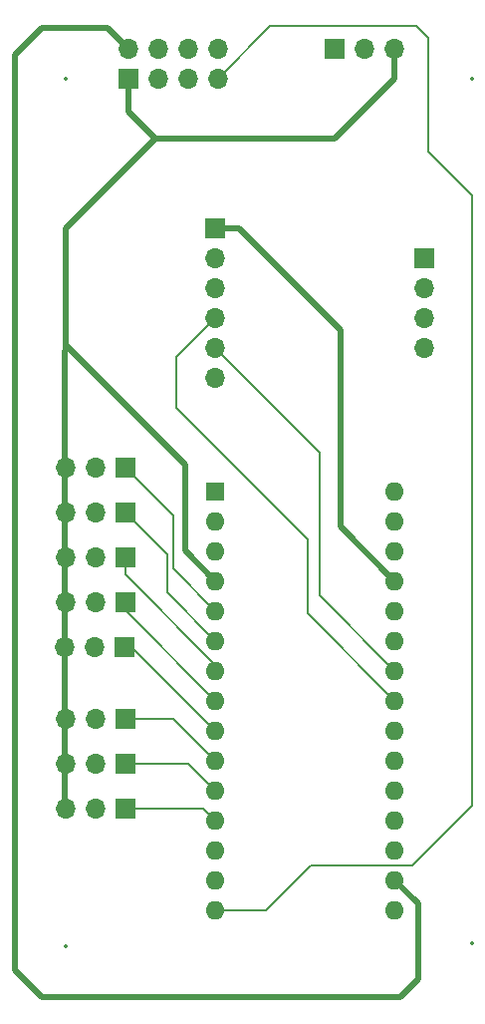
<source format=gtl>
%TF.GenerationSoftware,KiCad,Pcbnew,8.0.5-1.fc40*%
%TF.CreationDate,2024-11-02T20:46:04+01:00*%
%TF.ProjectId,PlaneController,506c616e-6543-46f6-9e74-726f6c6c6572,rev?*%
%TF.SameCoordinates,Original*%
%TF.FileFunction,Copper,L1,Top*%
%TF.FilePolarity,Positive*%
%FSLAX46Y46*%
G04 Gerber Fmt 4.6, Leading zero omitted, Abs format (unit mm)*
G04 Created by KiCad (PCBNEW 8.0.5-1.fc40) date 2024-11-02 20:46:04*
%MOMM*%
%LPD*%
G01*
G04 APERTURE LIST*
%TA.AperFunction,ComponentPad*%
%ADD10R,1.700000X1.700000*%
%TD*%
%TA.AperFunction,ComponentPad*%
%ADD11O,1.700000X1.700000*%
%TD*%
%TA.AperFunction,ComponentPad*%
%ADD12R,1.600000X1.600000*%
%TD*%
%TA.AperFunction,ComponentPad*%
%ADD13O,1.600000X1.600000*%
%TD*%
%TA.AperFunction,Conductor*%
%ADD14C,0.200000*%
%TD*%
%TA.AperFunction,Conductor*%
%ADD15C,0.500000*%
%TD*%
%ADD16C,0.350000*%
G04 APERTURE END LIST*
D10*
%TO.P,J7,1,Pin_1*%
%TO.N,Net-(A1-D9)*%
X96520000Y-94996000D03*
D11*
%TO.P,J7,2,Pin_2*%
%TO.N,Net-(A1-+5V)*%
X93980000Y-94996000D03*
%TO.P,J7,3,Pin_3*%
%TO.N,/GND*%
X91440000Y-94996000D03*
%TD*%
D12*
%TO.P,A1,1,TX1*%
%TO.N,unconnected-(A1-TX1-Pad1)*%
X104150000Y-68072000D03*
D13*
%TO.P,A1,2,RX1*%
%TO.N,Net-(A1-RX1)*%
X104150000Y-70612000D03*
%TO.P,A1,3,~{RESET}*%
%TO.N,unconnected-(A1-~{RESET}-Pad3)*%
X104150000Y-73152000D03*
%TO.P,A1,4,GND*%
%TO.N,/GND*%
X104150000Y-75692000D03*
%TO.P,A1,5,D2*%
%TO.N,Net-(A1-D2)*%
X104150000Y-78232000D03*
%TO.P,A1,6,D3*%
%TO.N,Net-(A1-D3)*%
X104150000Y-80772000D03*
%TO.P,A1,7,D4*%
%TO.N,Net-(A1-D4)*%
X104150000Y-83312000D03*
%TO.P,A1,8,D5*%
%TO.N,Net-(A1-D5)*%
X104150000Y-85852000D03*
%TO.P,A1,9,D6*%
%TO.N,Net-(A1-D6)*%
X104150000Y-88392000D03*
%TO.P,A1,10,D7*%
%TO.N,Net-(A1-D7)*%
X104150000Y-90932000D03*
%TO.P,A1,11,D8*%
%TO.N,Net-(A1-D8)*%
X104150000Y-93472000D03*
%TO.P,A1,12,D9*%
%TO.N,Net-(A1-D9)*%
X104150000Y-96012000D03*
%TO.P,A1,13,D10*%
%TO.N,/CSN*%
X104150000Y-98552000D03*
%TO.P,A1,14,MOSI*%
%TO.N,/MOSI*%
X104150000Y-101092000D03*
%TO.P,A1,15,MISO*%
%TO.N,/MISO*%
X104150000Y-103632000D03*
%TO.P,A1,16,SCK*%
%TO.N,/SCK*%
X119390000Y-103632000D03*
%TO.P,A1,17,3V3*%
%TO.N,/3.3V*%
X119390000Y-101092000D03*
%TO.P,A1,18,AREF*%
%TO.N,unconnected-(A1-AREF-Pad18)*%
X119390000Y-98552000D03*
%TO.P,A1,19,A0*%
%TO.N,unconnected-(A1-A0-Pad19)*%
X119390000Y-96012000D03*
%TO.P,A1,20,A1*%
%TO.N,unconnected-(A1-A1-Pad20)*%
X119390000Y-93472000D03*
%TO.P,A1,21,A2*%
%TO.N,unconnected-(A1-A2-Pad21)*%
X119390000Y-90932000D03*
%TO.P,A1,22,A3*%
%TO.N,unconnected-(A1-A3-Pad22)*%
X119390000Y-88392000D03*
%TO.P,A1,23,SDA/A4*%
%TO.N,Net-(A1-SDA{slash}A4)*%
X119390000Y-85852000D03*
%TO.P,A1,24,SCL/A5*%
%TO.N,Net-(A1-SCL{slash}A5)*%
X119390000Y-83312000D03*
%TO.P,A1,25,A6*%
%TO.N,unconnected-(A1-A6-Pad25)*%
X119390000Y-80772000D03*
%TO.P,A1,26,A7*%
%TO.N,unconnected-(A1-A7-Pad26)*%
X119390000Y-78232000D03*
%TO.P,A1,27,+5V*%
%TO.N,Net-(A1-+5V)*%
X119390000Y-75692000D03*
%TO.P,A1,28,~{RESET}*%
%TO.N,unconnected-(A1-~{RESET}-Pad28)*%
X119390000Y-73152000D03*
%TO.P,A1,29,GND*%
%TO.N,/GND*%
X119390000Y-70612000D03*
%TO.P,A1,30,VIN*%
%TO.N,unconnected-(A1-VIN-Pad30)*%
X119390000Y-68072000D03*
%TD*%
D10*
%TO.P,J2,1,Pin_1*%
%TO.N,unconnected-(J2-Pin_1-Pad1)*%
X121920000Y-48260000D03*
D11*
%TO.P,J2,2,Pin_2*%
%TO.N,unconnected-(J2-Pin_2-Pad2)*%
X121920000Y-50800000D03*
%TO.P,J2,3,Pin_3*%
%TO.N,unconnected-(J2-Pin_3-Pad3)*%
X121920000Y-53340000D03*
%TO.P,J2,4,Pin_4*%
%TO.N,unconnected-(J2-Pin_4-Pad4)*%
X121920000Y-55880000D03*
%TD*%
D10*
%TO.P,J5,1,Pin_1*%
%TO.N,Net-(A1-D7)*%
X96520000Y-87376000D03*
D11*
%TO.P,J5,2,Pin_2*%
%TO.N,Net-(A1-+5V)*%
X93980000Y-87376000D03*
%TO.P,J5,3,Pin_3*%
%TO.N,/GND*%
X91440000Y-87376000D03*
%TD*%
D10*
%TO.P,M2,1,PWM*%
%TO.N,Net-(A1-D3)*%
X96520000Y-69850000D03*
D11*
%TO.P,M2,2,+*%
%TO.N,Net-(A1-+5V)*%
X93980000Y-69850000D03*
%TO.P,M2,3,-*%
%TO.N,/GND*%
X91440000Y-69850000D03*
%TD*%
D10*
%TO.P,M1,1,PWM*%
%TO.N,Net-(A1-D2)*%
X96520000Y-66040000D03*
D11*
%TO.P,M1,2,+*%
%TO.N,Net-(A1-+5V)*%
X93980000Y-66040000D03*
%TO.P,M1,3,-*%
%TO.N,/GND*%
X91440000Y-66040000D03*
%TD*%
D10*
%TO.P,M3,1,PWM*%
%TO.N,Net-(A1-D4)*%
X96520000Y-73660000D03*
D11*
%TO.P,M3,2,+*%
%TO.N,Net-(A1-+5V)*%
X93980000Y-73660000D03*
%TO.P,M3,3,-*%
%TO.N,/GND*%
X91440000Y-73660000D03*
%TD*%
D10*
%TO.P,M5,1,PWM*%
%TO.N,Net-(A1-D6)*%
X96505000Y-81280000D03*
D11*
%TO.P,M5,2,+*%
%TO.N,Net-(A1-+5V)*%
X93965000Y-81280000D03*
%TO.P,M5,3,-*%
%TO.N,/GND*%
X91425000Y-81280000D03*
%TD*%
D10*
%TO.P,J6,1,Pin_1*%
%TO.N,Net-(A1-D8)*%
X96520000Y-91186000D03*
D11*
%TO.P,J6,2,Pin_2*%
%TO.N,Net-(A1-+5V)*%
X93980000Y-91186000D03*
%TO.P,J6,3,Pin_3*%
%TO.N,/GND*%
X91440000Y-91186000D03*
%TD*%
D10*
%TO.P,M4,1,PWM*%
%TO.N,Net-(A1-D5)*%
X96520000Y-77470000D03*
D11*
%TO.P,M4,2,+*%
%TO.N,Net-(A1-+5V)*%
X93980000Y-77470000D03*
%TO.P,M4,3,-*%
%TO.N,/GND*%
X91440000Y-77470000D03*
%TD*%
D10*
%TO.P,J3,1,Pin_1*%
%TO.N,Net-(A1-RX1)*%
X114300000Y-30480000D03*
D11*
%TO.P,J3,2,Pin_2*%
%TO.N,Net-(A1-+5V)*%
X116840000Y-30480000D03*
%TO.P,J3,3,Pin_3*%
%TO.N,/GND*%
X119380000Y-30480000D03*
%TD*%
D10*
%TO.P,J1,1,Pin_1*%
%TO.N,Net-(A1-+5V)*%
X104140000Y-45720000D03*
D11*
%TO.P,J1,2,Pin_2*%
%TO.N,unconnected-(J1-Pin_2-Pad2)*%
X104140000Y-48260000D03*
%TO.P,J1,3,Pin_3*%
%TO.N,/GND*%
X104140000Y-50800000D03*
%TO.P,J1,4,Pin_4*%
%TO.N,Net-(A1-SDA{slash}A4)*%
X104140000Y-53340000D03*
%TO.P,J1,5,Pin_5*%
%TO.N,Net-(A1-SCL{slash}A5)*%
X104140000Y-55880000D03*
%TO.P,J1,6,Pin_6*%
%TO.N,unconnected-(J1-Pin_6-Pad6)*%
X104140000Y-58420000D03*
%TD*%
D10*
%TO.P,J4,1,Pin_1*%
%TO.N,/GND*%
X96774000Y-33020000D03*
D11*
%TO.P,J4,2,Pin_2*%
%TO.N,/3.3V*%
X96774000Y-30480000D03*
%TO.P,J4,3,Pin_3*%
%TO.N,/GD01*%
X99314000Y-33020000D03*
%TO.P,J4,4,Pin_4*%
%TO.N,/CSN*%
X99314000Y-30480000D03*
%TO.P,J4,5,Pin_5*%
%TO.N,/SCK*%
X101854000Y-33020000D03*
%TO.P,J4,6,Pin_6*%
%TO.N,/MOSI*%
X101854000Y-30480000D03*
%TO.P,J4,7,Pin_7*%
%TO.N,/MISO*%
X104394000Y-33020000D03*
%TO.P,J4,8,Pin_8*%
%TO.N,/GDO2*%
X104394000Y-30480000D03*
%TD*%
D14*
%TO.N,Net-(A1-D5)*%
X96520000Y-78222000D02*
X104150000Y-85852000D01*
X96520000Y-77470000D02*
X96520000Y-78222000D01*
D15*
%TO.N,/3.3V*%
X89408000Y-110998000D02*
X119888000Y-110998000D01*
X96774000Y-30480000D02*
X94996000Y-28702000D01*
X89408000Y-28702000D02*
X87122000Y-30988000D01*
X121412000Y-103114000D02*
X119390000Y-101092000D01*
X119888000Y-110998000D02*
X121412000Y-109474000D01*
X87122000Y-30988000D02*
X87122000Y-108712000D01*
X121412000Y-109474000D02*
X121412000Y-103114000D01*
X87122000Y-108712000D02*
X89408000Y-110998000D01*
X94996000Y-28702000D02*
X89408000Y-28702000D01*
%TO.N,/GND*%
X119380000Y-33020000D02*
X114300000Y-38100000D01*
X91425000Y-56149000D02*
X91425000Y-81280000D01*
X96774000Y-35814000D02*
X99060000Y-38100000D01*
X91425000Y-94981000D02*
X91440000Y-94996000D01*
X119380000Y-30480000D02*
X119380000Y-33020000D01*
X91440000Y-55626000D02*
X91440000Y-56134000D01*
X101600000Y-65786000D02*
X101600000Y-73142000D01*
X99060000Y-38100000D02*
X91440000Y-45720000D01*
X114300000Y-38100000D02*
X99060000Y-38100000D01*
X96774000Y-33020000D02*
X96774000Y-35814000D01*
X91425000Y-81280000D02*
X91425000Y-94981000D01*
X91440000Y-56134000D02*
X91425000Y-56149000D01*
X101600000Y-65786000D02*
X91440000Y-55626000D01*
X101600000Y-73142000D02*
X104150000Y-75692000D01*
X91440000Y-45720000D02*
X91440000Y-55626000D01*
%TO.N,Net-(A1-+5V)*%
X106172000Y-45720000D02*
X114808000Y-54356000D01*
X119390000Y-75692000D02*
X114808000Y-71110000D01*
X114808000Y-71110000D02*
X114808000Y-68834000D01*
X114808000Y-54356000D02*
X114808000Y-68834000D01*
X114808000Y-68834000D02*
X114808000Y-69342000D01*
X104140000Y-45720000D02*
X106172000Y-45720000D01*
D14*
X114808000Y-71110000D02*
X114808000Y-69342000D01*
%TO.N,Net-(A1-D4)*%
X104150000Y-83312000D02*
X104150000Y-82800000D01*
X96520000Y-75170000D02*
X96520000Y-73660000D01*
X104150000Y-82800000D02*
X96520000Y-75170000D01*
%TO.N,Net-(A1-SCL{slash}A5)*%
X113030000Y-64770000D02*
X113030000Y-73406000D01*
X113030000Y-76952000D02*
X119390000Y-83312000D01*
X113030000Y-73406000D02*
X113030000Y-76952000D01*
X104140000Y-55880000D02*
X113030000Y-64770000D01*
%TO.N,Net-(A1-D2)*%
X100584000Y-74666000D02*
X100584000Y-73660000D01*
X96520000Y-66040000D02*
X100584000Y-70104000D01*
X104150000Y-78232000D02*
X100584000Y-74666000D01*
X100584000Y-70104000D02*
X100584000Y-73660000D01*
%TO.N,/MISO*%
X121250000Y-28540000D02*
X122301000Y-29591000D01*
X112278000Y-99822000D02*
X108468000Y-103632000D01*
X108874000Y-28540000D02*
X121250000Y-28540000D01*
X108468000Y-103632000D02*
X104150000Y-103632000D01*
X122301000Y-29591000D02*
X122301000Y-39243000D01*
X122301000Y-39243000D02*
X125984000Y-42926000D01*
X125984000Y-94742000D02*
X120904000Y-99822000D01*
X125984000Y-42926000D02*
X125984000Y-94742000D01*
X120904000Y-99822000D02*
X112278000Y-99822000D01*
X104394000Y-33020000D02*
X108874000Y-28540000D01*
%TO.N,Net-(A1-D3)*%
X100076000Y-76698000D02*
X104150000Y-80772000D01*
X96520000Y-69850000D02*
X100076000Y-73406000D01*
X96520000Y-69850000D02*
X96784000Y-69850000D01*
X100076000Y-73406000D02*
X100076000Y-76698000D01*
%TO.N,Net-(A1-SDA{slash}A4)*%
X112014000Y-78476000D02*
X119390000Y-85852000D01*
X112014000Y-77724000D02*
X112014000Y-72136000D01*
X112014000Y-72136000D02*
X100838000Y-60960000D01*
X112014000Y-77724000D02*
X112014000Y-78476000D01*
X100838000Y-56642000D02*
X104140000Y-53340000D01*
X100838000Y-60960000D02*
X100838000Y-56642000D01*
%TO.N,Net-(A1-D8)*%
X101864000Y-91186000D02*
X104150000Y-93472000D01*
X96520000Y-91186000D02*
X101864000Y-91186000D01*
%TO.N,Net-(A1-D9)*%
X103134000Y-94996000D02*
X104150000Y-96012000D01*
X96520000Y-94996000D02*
X103134000Y-94996000D01*
%TO.N,Net-(A1-D7)*%
X96520000Y-87376000D02*
X96520000Y-87620000D01*
X96520000Y-87376000D02*
X100594000Y-87376000D01*
X100594000Y-87376000D02*
X104150000Y-90932000D01*
%TO.N,Net-(A1-D6)*%
X97038000Y-81280000D02*
X104150000Y-88392000D01*
X96505000Y-81280000D02*
X97038000Y-81280000D01*
%TD*%
D16*
X96520000Y-94996000D03*
X93980000Y-94996000D03*
X91440000Y-94996000D03*
X104150000Y-68072000D03*
X104150000Y-70612000D03*
X104150000Y-73152000D03*
X104150000Y-75692000D03*
X104150000Y-78232000D03*
X104150000Y-80772000D03*
X104150000Y-83312000D03*
X104150000Y-85852000D03*
X104150000Y-88392000D03*
X104150000Y-90932000D03*
X104150000Y-93472000D03*
X104150000Y-96012000D03*
X104150000Y-98552000D03*
X104150000Y-101092000D03*
X104150000Y-103632000D03*
X119390000Y-103632000D03*
X119390000Y-101092000D03*
X119390000Y-98552000D03*
X119390000Y-96012000D03*
X119390000Y-93472000D03*
X119390000Y-90932000D03*
X119390000Y-88392000D03*
X119390000Y-85852000D03*
X119390000Y-83312000D03*
X119390000Y-80772000D03*
X119390000Y-78232000D03*
X119390000Y-75692000D03*
X119390000Y-73152000D03*
X119390000Y-70612000D03*
X119390000Y-68072000D03*
X121920000Y-48260000D03*
X121920000Y-50800000D03*
X121920000Y-53340000D03*
X121920000Y-55880000D03*
X91440000Y-33020000D03*
X91440000Y-106680000D03*
X96520000Y-87376000D03*
X93980000Y-87376000D03*
X91440000Y-87376000D03*
X96520000Y-69850000D03*
X93980000Y-69850000D03*
X91440000Y-69850000D03*
X96520000Y-66040000D03*
X93980000Y-66040000D03*
X91440000Y-66040000D03*
X96520000Y-73660000D03*
X93980000Y-73660000D03*
X91440000Y-73660000D03*
X96505000Y-81280000D03*
X93965000Y-81280000D03*
X91425000Y-81280000D03*
X96520000Y-91186000D03*
X93980000Y-91186000D03*
X91440000Y-91186000D03*
X96520000Y-77470000D03*
X93980000Y-77470000D03*
X91440000Y-77470000D03*
X125984000Y-33020000D03*
X125984000Y-106426000D03*
X114300000Y-30480000D03*
X116840000Y-30480000D03*
X119380000Y-30480000D03*
X104140000Y-45720000D03*
X104140000Y-48260000D03*
X104140000Y-50800000D03*
X104140000Y-53340000D03*
X104140000Y-55880000D03*
X104140000Y-58420000D03*
X96774000Y-33020000D03*
X96774000Y-30480000D03*
X99314000Y-33020000D03*
X99314000Y-30480000D03*
X101854000Y-33020000D03*
X101854000Y-30480000D03*
X104394000Y-33020000D03*
X104394000Y-30480000D03*
M02*

</source>
